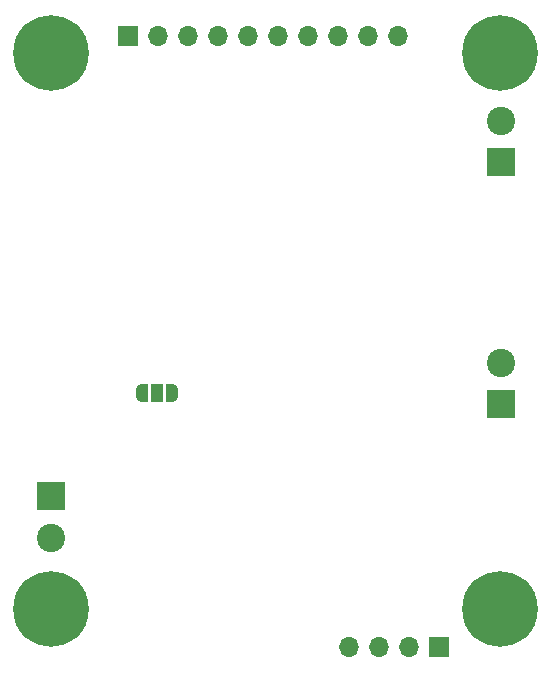
<source format=gbr>
%TF.GenerationSoftware,KiCad,Pcbnew,(6.0.11-0)*%
%TF.CreationDate,2023-05-30T14:23:44-05:00*%
%TF.ProjectId,HoneywellStringLightsController,486f6e65-7977-4656-9c6c-537472696e67,rev?*%
%TF.SameCoordinates,Original*%
%TF.FileFunction,Soldermask,Bot*%
%TF.FilePolarity,Negative*%
%FSLAX46Y46*%
G04 Gerber Fmt 4.6, Leading zero omitted, Abs format (unit mm)*
G04 Created by KiCad (PCBNEW (6.0.11-0)) date 2023-05-30 14:23:44*
%MOMM*%
%LPD*%
G01*
G04 APERTURE LIST*
G04 Aperture macros list*
%AMFreePoly0*
4,1,22,0.550000,-0.750000,0.000000,-0.750000,0.000000,-0.745033,-0.079941,-0.743568,-0.215256,-0.701293,-0.333266,-0.622738,-0.424486,-0.514219,-0.481581,-0.384460,-0.499164,-0.250000,-0.500000,-0.250000,-0.500000,0.250000,-0.499164,0.250000,-0.499963,0.256109,-0.478152,0.396186,-0.417904,0.524511,-0.324060,0.630769,-0.204165,0.706417,-0.067858,0.745374,0.000000,0.744959,0.000000,0.750000,
0.550000,0.750000,0.550000,-0.750000,0.550000,-0.750000,$1*%
%AMFreePoly1*
4,1,20,0.000000,0.744959,0.073905,0.744508,0.209726,0.703889,0.328688,0.626782,0.421226,0.519385,0.479903,0.390333,0.500000,0.250000,0.500000,-0.250000,0.499851,-0.262216,0.476331,-0.402017,0.414519,-0.529596,0.319384,-0.634700,0.198574,-0.708877,0.061801,-0.746166,0.000000,-0.745033,0.000000,-0.750000,-0.550000,-0.750000,-0.550000,0.750000,0.000000,0.750000,0.000000,0.744959,
0.000000,0.744959,$1*%
G04 Aperture macros list end*
%ADD10C,0.800000*%
%ADD11C,6.400000*%
%ADD12R,1.700000X1.700000*%
%ADD13O,1.700000X1.700000*%
%ADD14R,2.400000X2.400000*%
%ADD15C,2.400000*%
%ADD16FreePoly0,180.000000*%
%ADD17R,1.000000X1.500000*%
%ADD18FreePoly1,180.000000*%
G04 APERTURE END LIST*
D10*
%TO.C,H2*%
X141302944Y-76697056D03*
X141302944Y-73302944D03*
X140600000Y-75000000D03*
X145400000Y-75000000D03*
X144697056Y-76697056D03*
D11*
X143000000Y-75000000D03*
D10*
X143000000Y-72600000D03*
X143000000Y-77400000D03*
X144697056Y-73302944D03*
%TD*%
%TO.C,H3*%
X103302944Y-123697056D03*
X102600000Y-122000000D03*
X105000000Y-119600000D03*
X107400000Y-122000000D03*
X103302944Y-120302944D03*
D11*
X105000000Y-122000000D03*
D10*
X106697056Y-123697056D03*
X106697056Y-120302944D03*
X105000000Y-124400000D03*
%TD*%
D12*
%TO.C,J3*%
X111500000Y-73500000D03*
D13*
X114040000Y-73500000D03*
X116580000Y-73500000D03*
X119120000Y-73500000D03*
X121660000Y-73500000D03*
X124200000Y-73500000D03*
X126740000Y-73500000D03*
X129280000Y-73500000D03*
X131820000Y-73500000D03*
X134360000Y-73500000D03*
%TD*%
D14*
%TO.C,J5*%
X143100000Y-104700000D03*
D15*
X143100000Y-101200000D03*
%TD*%
D12*
%TO.C,J2*%
X137900000Y-125250000D03*
D13*
X135360000Y-125250000D03*
X132820000Y-125250000D03*
X130280000Y-125250000D03*
%TD*%
D14*
%TO.C,J1*%
X105000000Y-112500000D03*
D15*
X105000000Y-116000000D03*
%TD*%
D14*
%TO.C,J4*%
X143100000Y-84200000D03*
D15*
X143100000Y-80700000D03*
%TD*%
D10*
%TO.C,H1*%
X106697056Y-76697056D03*
X103302944Y-76697056D03*
D11*
X105000000Y-75000000D03*
D10*
X103302944Y-73302944D03*
X106697056Y-73302944D03*
X107400000Y-75000000D03*
X105000000Y-72600000D03*
X105000000Y-77400000D03*
X102600000Y-75000000D03*
%TD*%
%TO.C,H4*%
X143000000Y-119600000D03*
X144697056Y-123697056D03*
X144697056Y-120302944D03*
X140600000Y-122000000D03*
X143000000Y-124400000D03*
D11*
X143000000Y-122000000D03*
D10*
X141302944Y-120302944D03*
X141302944Y-123697056D03*
X145400000Y-122000000D03*
%TD*%
D16*
%TO.C,JP1*%
X115273633Y-103783152D03*
D17*
X113973633Y-103783152D03*
D18*
X112673633Y-103783152D03*
%TD*%
M02*

</source>
